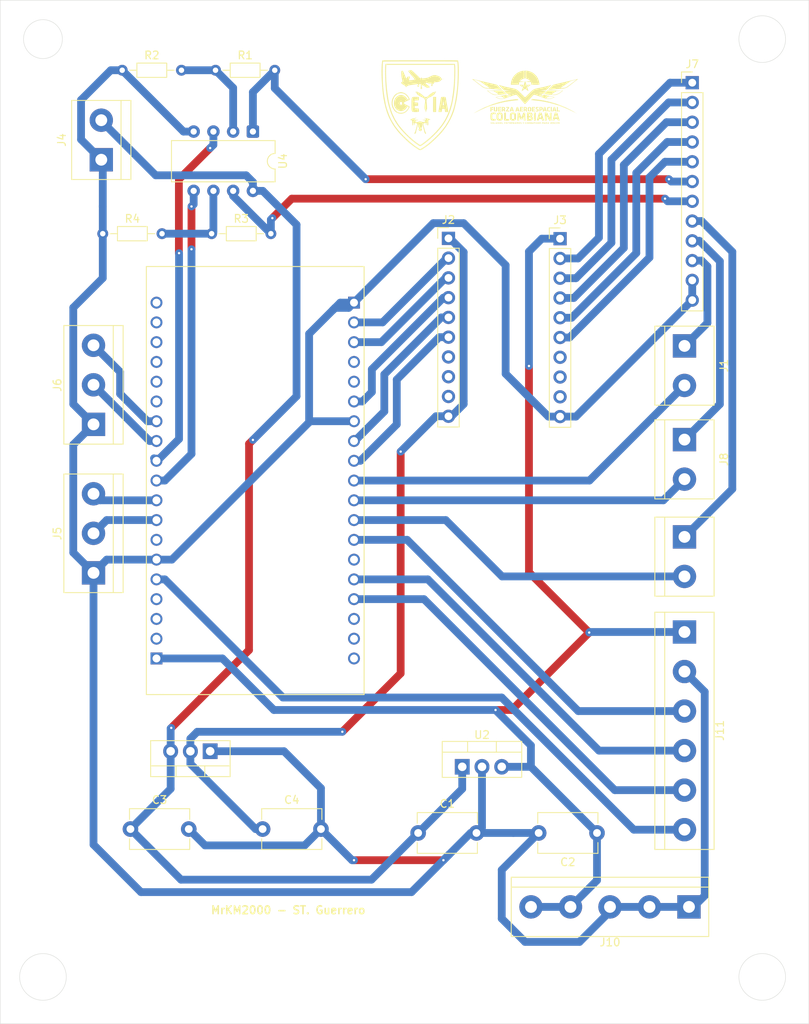
<source format=kicad_pcb>
(kicad_pcb (version 20241229) (generator "pcbnew") (generator_version "9.0")
  (layers (0 "F.Cu" signal) (2 "B.Cu" signal) (13 "F.Paste" user) (15 "B.Paste" user) (5 "F.SilkS" user "F.Silkscreen") (7 "B.SilkS" user "B.Silkscreen") (1 "F.Mask" user) (3 "B.Mask" user) (25 "Edge.Cuts" user))
  (net 0 "")
  (net 1 "Net-(J3-Pin_2)")
  (net 2 "Net-(J3-Pin_6)")
  (net 3 "Net-(J3-Pin_4)")
  (net 4 "Net-(J3-Pin_3)")
  (net 5 "Net-(J3-Pin_5)")
  (net 6 "Net-(J5-Pin_2)")
  (net 7 "Net-(J5-Pin_3)")
  (net 8 "Net-(J6-Pin_2)")
  (net 9 "Net-(J6-Pin_3)")
  (net 10 "Net-(U4A--)")
  (net 11 "Net-(U4B--)")
  (net 12 "Net-(J7-Pin_9)")
  (net 13 "Net-(J2-Pin_2)")
  (net 15 "Net-(J2-Pin_6)")
  (net 16 "Net-(J2-Pin_4)")
  (net 17 "Net-(J2-Pin_5)")
  (net 19 "Net-(J2-Pin_3)")
  (net 24 "GND")
  (net 25 "Net-(J2-Pin_1)")
  (net 26 "Net-(J1-Pin_1)")
  (net 27 "Net-(J1-Pin_2)")
  (net 28 "Net-(J8-Pin_2)")
  (net 29 "Net-(J9-Pin_2)")
  (net 30 "Net-(J11-Pin_4)")
  (net 31 "Net-(J11-Pin_6)")
  (net 32 "Net-(J11-Pin_5)")
  (net 33 "Net-(J11-Pin_3)")
  (net 34 "Net-(U4A-+)")
  (net 35 "Net-(U4B-+)")
  (net 51 "Net-(J7-Pin_8)")
  (net 52 "Net-(J7-Pin_6)")
  (net 53 "Net-(J7-Pin_7)")
  (net 55 "Net-(J10-Pin_4)")
  (net 56 "Net-(J4-Pin_2)")
  (footprint "Capacitor_THT:C_Disc_D7.5mm_W5.0mm_P7.50mm" (layer "F.Cu") (at 101.75 142.5 180)
    (property "Reference" "C2" (at 3.75 -3.75 0) (layer "F.SilkS"))
    (property "Value" "C")
    (pad "1" thru_hole circle (at 0 0 180) (size 2 2) (drill 1) (layers "*.Cu" "*.Mask") (net 55 "Net-(J10-Pin_4)"))
    (pad "2" thru_hole circle (at 7.5 0 180) (size 2 2) (drill 1) (layers "*.Cu" "*.Mask") (net 24 "GND"))
  )
  (footprint "Resistor_THT:R_Axial_DIN0204_L3.6mm_D1.6mm_P7.62mm_Horizontal" (layer "F.Cu") (at 52.19 65.5)
    (property "Reference" "R3" (at 3.81 -1.92 0) (layer "F.SilkS"))
    (property "Value" "R")
    (pad "1" thru_hole circle (at 0 0) (size 1.4 1.4) (drill 0.7) (layers "*.Cu" "*.Mask") (net 11 "Net-(U4B--)"))
    (pad "2" thru_hole circle (at 7.62 0) (size 1.4 1.4) (drill 0.7) (layers "*.Cu" "*.Mask") (net 53 "Net-(J7-Pin_7)"))
  )
  (footprint "TerminalBlock:TerminalBlock_bornier-3_P5.08mm" (layer "F.Cu") (at 37 90 90)
    (property "Reference" "J6" (at 5.05 -4.65 90) (layer "F.SilkS"))
    (property "Value" "Screw_Terminal_01x03" (hide yes))
    (pad "1" thru_hole rect (at 0 0 90) (size 3 3) (drill 1.52) (layers "*.Cu" "*.Mask") (net 24 "GND"))
    (pad "2" thru_hole circle (at 5.08 0 90) (size 3 3) (drill 1.52) (layers "*.Cu" "*.Mask") (net 8 "Net-(J6-Pin_2)"))
    (pad "3" thru_hole circle (at 10.16 0 90) (size 3 3) (drill 1.52) (layers "*.Cu" "*.Mask") (net 9 "Net-(J6-Pin_3)"))
  )
  (footprint "TerminalBlock:TerminalBlock_bornier-2_P5.08mm" (layer "F.Cu") (at 113 79.92 -90)
    (property "Reference" "J1" (at 2.54 -5.08 90) (layer "F.SilkS"))
    (property "Value" "Screw_Terminal_01x02" (hide yes))
    (pad "1" thru_hole rect (at 0 0 270) (size 3 3) (drill 1.52) (layers "*.Cu" "*.Mask") (net 26 "Net-(J1-Pin_1)"))
    (pad "2" thru_hole circle (at 5.08 0 270) (size 3 3) (drill 1.52) (layers "*.Cu" "*.Mask") (net 27 "Net-(J1-Pin_2)"))
  )
  (footprint "Connector_PinHeader_2.54mm:PinHeader_1x12_P2.54mm_Vertical" (layer "F.Cu") (at 114 46.1)
    (property "Reference" "J7" (at 0 -2.38 0) (layer "F.SilkS"))
    (property "Value" "Conn_01x12_Socket" (hide yes))
    (pad "1" thru_hole rect (at 0 0) (size 1.7 1.7) (drill 1) (layers "*.Cu" "*.Mask") (net 1 "Net-(J3-Pin_2)"))
    (pad "2" thru_hole circle (at 0 2.54) (size 1.7 1.7) (drill 1) (layers "*.Cu" "*.Mask") (net 4 "Net-(J3-Pin_3)"))
    (pad "3" thru_hole circle (at 0 5.08) (size 1.7 1.7) (drill 1) (layers "*.Cu" "*.Mask") (net 3 "Net-(J3-Pin_4)"))
    (pad "4" thru_hole circle (at 0 7.62) (size 1.7 1.7) (drill 1) (layers "*.Cu" "*.Mask") (net 5 "Net-(J3-Pin_5)"))
    (pad "5" thru_hole circle (at 0 10.16) (size 1.7 1.7) (drill 1) (layers "*.Cu" "*.Mask") (net 2 "Net-(J3-Pin_6)"))
    (pad "6" thru_hole circle (at 0 12.7) (size 1.7 1.7) (drill 1) (layers "*.Cu" "*.Mask") (net 52 "Net-(J7-Pin_6)"))
    (pad "7" thru_hole circle (at 0 15.24) (size 1.7 1.7) (drill 1) (layers "*.Cu" "*.Mask") (net 53 "Net-(J7-Pin_7)"))
    (pad "8" thru_hole circle (at 0 17.78) (size 1.7 1.7) (drill 1) (layers "*.Cu" "*.Mask") (net 51 "Net-(J7-Pin_8)"))
    (pad "9" thru_hole circle (at 0 20.32) (size 1.7 1.7) (drill 1) (layers "*.Cu" "*.Mask") (net 12 "Net-(J7-Pin_9)"))
    (pad "10" thru_hole circle (at 0 22.86) (size 1.7 1.7) (drill 1) (layers "*.Cu" "*.Mask") (net 26 "Net-(J1-Pin_1)"))
    (pad "11" thru_hole circle (at 0 25.4) (size 1.7 1.7) (drill 1) (layers "*.Cu" "*.Mask") (net 24 "GND"))
    (pad "12" thru_hole circle (at 0 27.94) (size 1.7 1.7) (drill 1) (layers "*.Cu" "*.Mask") (net 24 "GND"))
  )
  (footprint "Capacitor_THT:C_Disc_D7.5mm_W5.0mm_P7.50mm" (layer "F.Cu") (at 58.75 142)
    (property "Reference" "C4" (at 3.75 -3.75 0) (layer "F.SilkS"))
    (property "Value" "C" (hide yes))
    (pad "1" thru_hole circle (at 0 0) (size 2 2) (drill 1) (layers "*.Cu" "*.Mask") (net 25 "Net-(J2-Pin_1)"))
    (pad "2" thru_hole circle (at 7.5 0) (size 2 2) (drill 1) (layers "*.Cu" "*.Mask") (net 24 "GND"))
  )
  (footprint "TerminalBlock:TerminalBlock_bornier-6_P5.08mm" (layer "F.Cu") (at 113 116.68 -90)
    (property "Reference" "J11" (at 12.65 -4.55 90) (layer "F.SilkS"))
    (property "Value" "Screw_Terminal_01x06" (hide yes))
    (pad "1" thru_hole rect (at 0 0 270) (size 3 3) (drill 1.52) (layers "*.Cu" "*.Mask") (net 55 "Net-(J10-Pin_4)"))
    (pad "2" thru_hole circle (at 5.08 0 270) (size 3 3) (drill 1.52) (layers "*.Cu" "*.Mask") (net 24 "GND"))
    (pad "3" thru_hole circle (at 10.16 0 270) (size 3 3) (drill 1.52) (layers "*.Cu" "*.Mask") (net 33 "Net-(J11-Pin_3)"))
    (pad "4" thru_hole circle (at 15.24 0 270) (size 3 3) (drill 1.52) (layers "*.Cu" "*.Mask") (net 30 "Net-(J11-Pin_4)"))
    (pad "5" thru_hole circle (at 20.32 0 270) (size 3 3) (drill 1.52) (layers "*.Cu" "*.Mask") (net 32 "Net-(J11-Pin_5)"))
    (pad "6" thru_hole circle (at 25.4 0 270) (size 3 3) (drill 1.52) (layers "*.Cu" "*.Mask") (net 31 "Net-(J11-Pin_6)"))
  )
  (footprint "Capacitor_THT:C_Disc_D7.5mm_W5.0mm_P7.50mm" (layer "F.Cu") (at 78.75 142.5)
    (property "Reference" "C1" (at 3.75 -3.75 0) (layer "F.SilkS"))
    (property "Value" "C")
    (pad "1" thru_hole circle (at 0 0) (size 2 2) (drill 1) (layers "*.Cu" "*.Mask") (net 56 "Net-(J4-Pin_2)"))
    (pad "2" thru_hole circle (at 7.5 0) (size 2 2) (drill 1) (layers "*.Cu" "*.Mask") (net 24 "GND"))
  )
  (footprint "Imagenes:LogoCetia" (layer "F.Cu") (at 79 49)
    (property "Reference" "G***" (hide yes))
    (property "Value" "LOGO" (hide yes))
  )
  (footprint "Connector_PinHeader_2.54mm:PinHeader_1x10_P2.54mm_Vertical" (layer "F.Cu") (at 82.65 66.1)
    (property "Reference" "J2" (at 0 -2.38 0) (layer "F.SilkS"))
    (property "Value" "Conn_01x10_Socket" (hide yes))
    (pad "1" thru_hole rect (at 0 0) (size 1.7 1.7) (drill 1) (layers "*.Cu" "*.Mask") (net 25 "Net-(J2-Pin_1)"))
    (pad "2" thru_hole circle (at 0 2.54) (size 1.7 1.7) (drill 1) (layers "*.Cu" "*.Mask") (net 13 "Net-(J2-Pin_2)"))
    (pad "3" thru_hole circle (at 0 5.08) (size 1.7 1.7) (drill 1) (layers "*.Cu" "*.Mask") (net 19 "Net-(J2-Pin_3)"))
    (pad "4" thru_hole circle (at 0 7.62) (size 1.7 1.7) (drill 1) (layers "*.Cu" "*.Mask") (net 16 "Net-(J2-Pin_4)"))
    (pad "5" thru_hole circle (at 0 10.16) (size 1.7 1.7) (drill 1) (layers "*.Cu" "*.Mask") (net 17 "Net-(J2-Pin_5)"))
    (pad "6" thru_hole circle (at 0 12.7) (size 1.7 1.7) (drill 1) (layers "*.Cu" "*.Mask") (net 15 "Net-(J2-Pin_6)"))
    (pad "7" thru_hole circle (at 0 15.24) (size 1.7 1.7) (drill 1) (layers "*.Cu" "*.Mask"))
    (pad "8" thru_hole circle (at 0 17.78) (size 1.7 1.7) (drill 1) (layers "*.Cu" "*.Mask"))
    (pad "9" thru_hole circle (at 0 20.32) (size 1.7 1.7) (drill 1) (layers "*.Cu" "*.Mask"))
    (pad "10" thru_hole circle (at 0 22.86) (size 1.7 1.7) (drill 1) (layers "*.Cu" "*.Mask") (net 25 "Net-(J2-Pin_1)"))
  )
  (footprint "Connector_PinHeader_2.54mm:PinHeader_1x10_P2.54mm_Vertical" (layer "F.Cu") (at 97 66.14)
    (property "Reference" "J3" (at 0 -2.38 0) (layer "F.SilkS"))
    (property "Value" "Conn_01x10_Socket")
    (pad "1" thru_hole rect (at 0 0) (size 1.7 1.7) (drill 1) (layers "*.Cu" "*.Mask") (net 55 "Net-(J10-Pin_4)"))
    (pad "2" thru_hole circle (at 0 2.54) (size 1.7 1.7) (drill 1) (layers "*.Cu" "*.Mask") (net 1 "Net-(J3-Pin_2)"))
    (pad "3" thru_hole circle (at 0 5.08) (size 1.7 1.7) (drill 1) (layers "*.Cu" "*.Mask") (net 4 "Net-(J3-Pin_3)"))
    (pad "4" thru_hole circle (at 0 7.62) (size 1.7 1.7) (drill 1) (layers "*.Cu" "*.Mask") (net 3 "Net-(J3-Pin_4)"))
    (pad "5" thru_hole circle (at 0 10.16) (size 1.7 1.7) (drill 1) (layers "*.Cu" "*.Mask") (net 5 "Net-(J3-Pin_5)"))
    (pad "6" thru_hole circle (at 0 12.7) (size 1.7 1.7) (drill 1) (layers "*.Cu" "*.Mask") (net 2 "Net-(J3-Pin_6)"))
    (pad "7" thru_hole circle (at 0 15.24) (size 1.7 1.7) (drill 1) (layers "*.Cu" "*.Mask"))
    (pad "8" thru_hole circle (at 0 17.78) (size 1.7 1.7) (drill 1) (layers "*.Cu" "*.Mask"))
    (pad "9" thru_hole circle (at 0 20.32) (size 1.7 1.7) (drill 1) (layers "*.Cu" "*.Mask"))
    (pad "10" thru_hole circle (at 0 22.86) (size 1.7 1.7) (drill 1) (layers "*.Cu" "*.Mask") (net 24 "GND"))
  )
  (footprint "Package_TO_SOT_THT:TO-220-3_Vertical" (layer "F.Cu") (at 84.42 134)
    (property "Reference" "U2" (at 2.54 -4.1 0) (layer "F.SilkS"))
    (property "Value" "L7805")
    (pad "1" thru_hole rect (at 0 0) (size 1.905 2) (drill 1.1) (layers "*.Cu" "*.Mask") (net 56 "Net-(J4-Pin_2)"))
    (pad "2" thru_hole oval (at 2.54 0) (size 1.905 2) (drill 1.1) (layers "*.Cu" "*.Mask") (net 24 "GND"))
    (pad "3" thru_hole oval (at 5.08 0) (size 1.905 2) (drill 1.1) (layers "*.Cu" "*.Mask") (net 55 "Net-(J10-Pin_4)"))
  )
  (footprint "Resistor_THT:R_Axial_DIN0204_L3.6mm_D1.6mm_P7.62mm_Horizontal" (layer "F.Cu") (at 40.69 44.5)
    (property "Reference" "R2" (at 3.81 -1.92 0) (layer "F.SilkS"))
    (property "Value" "R")
    (pad "1" thru_hole circle (at 0 0) (size 1.4 1.4) (drill 0.7) (layers "*.Cu" "*.Mask") (net 24 "GND"))
    (pad "2" thru_hole circle (at 7.62 0) (size 1.4 1.4) (drill 0.7) (layers "*.Cu" "*.Mask") (net 10 "Net-(U4A--)"))
  )
  (footprint "TerminalBlock:TerminalBlock_bornier-5_P5.08mm" (layer "F.Cu") (at 113.58 152 180)
    (property "Reference" "J10" (at 10.15 -4.55 0) (layer "F.SilkS"))
    (property "Value" "Screw_Terminal_01x04")
    (pad "1" thru_hole rect (at 0 0 180) (size 3 3) (drill 1.52) (layers "*.Cu" "*.Mask") (net 24 "GND"))
    (pad "2" thru_hole circle (at 5.08 0 180) (size 3 3) (drill 1.52) (layers "*.Cu" "*.Mask") (net 24 "GND"))
    (pad "3" thru_hole circle (at 10.16 0 180) (size 3 3) (drill 1.52) (layers "*.Cu" "*.Mask") (net 24 "GND"))
    (pad "4" thru_hole circle (at 15.24 0 180) (size 3 3) (drill 1.52) (layers "*.Cu" "*.Mask") (net 55 "Net-(J10-Pin_4)"))
    (pad "5" thru_hole circle (at 20.32 0 180) (size 3 3) (drill 1.52) (layers "*.Cu" "*.Mask") (net 55 "Net-(J10-Pin_4)"))
  )
  (footprint "Imagenes:LogoFAC" (layer "F.Cu") (at 92.5 48)
    (property "Reference" "G***" (hide yes))
    (property "Value" "LOGO" (hide yes))
  )
  (footprint "ESP32_NODEMCU:MODULE_ESP32_NODEMCU" (layer "F.Cu") (at 57.8 97.22)
    (property "Reference" "U5" (hide yes))
    (property "Value" "ESP32_NODEMCU")
    (pad "" np_thru_hole circle (at -12.5 -26) (size 2.25 2.25) (drill 2.25) (layers "*.Cu" "*.Mask"))
    (pad "" np_thru_hole circle (at -12.5 26) (size 2.25 2.25) (drill 2.25) (layers "*.Cu" "*.Mask"))
    (pad "" np_thru_hole circle (at 12.5 -26) (size 2.25 2.25) (drill 2.25) (layers "*.Cu" "*.Mask"))
    (pad "" np_thru_hole circle (at 12.5 26) (size 2.25 2.25) (drill 2.25) (layers "*.Cu" "*.Mask"))
    (pad "J4_1" thru_hole rect (at 12.7 -22.86) (size 1.53 1.53) (drill 1.02) (layers "*.Cu" "*.Mask") (net 24 "GND"))
    (pad "J4_2" thru_hole circle (at 12.7 -20.32) (size 1.53 1.53) (drill 1.02) (layers "*.Cu" "*.Mask") (net 13 "Net-(J2-Pin_2)"))
    (pad "J4_3" thru_hole circle (at 12.7 -17.78) (size 1.53 1.53) (drill 1.02) (layers "*.Cu" "*.Mask") (net 19 "Net-(J2-Pin_3)"))
    (pad "J4_4" thru_hole circle (at 12.7 -15.24) (size 1.53 1.53) (drill 1.02) (layers "*.Cu" "*.Mask"))
    (pad "J4_5" thru_hole circle (at 12.7 -12.7) (size 1.53 1.53) (drill 1.02) (layers "*.Cu" "*.Mask"))
    (pad "J4_6" thru_hole circle (at 12.7 -10.16) (size 1.53 1.53) (drill 1.02) (layers "*.Cu" "*.Mask") (net 16 "Net-(J2-Pin_4)"))
    (pad "J4_7" thru_hole circle (at 12.7 -7.62) (size 1.53 1.53) (drill 1.02) (layers "*.Cu" "*.Mask") (net 24 "GND"))
    (pad "J4_8" thru_hole circle (at 12.7 -5.08) (size 1.53 1.53) (drill 1.02) (layers "*.Cu" "*.Mask") (net 17 "Net-(J2-Pin_5)"))
    (pad "J4_9" thru_hole circle (at 12.7 -2.54) (size 1.53 1.53) (drill 1.02) (layers "*.Cu" "*.Mask") (net 15 "Net-(J2-Pin_6)"))
    (pad "J4_10" thru_hole circle (at 12.7 0) (size 1.53 1.53) (drill 1.02) (layers "*.Cu" "*.Mask") (net 27 "Net-(J1-Pin_2)"))
    (pad "J4_11" thru_hole circle (at 12.7 2.54) (size 1.53 1.53) (drill 1.02) (layers "*.Cu" "*.Mask") (net 28 "Net-(J8-Pin_2)"))
    (pad "J4_12" thru_hole circle (at 12.7 5.08) (size 1.53 1.53) (drill 1.02) (layers "*.Cu" "*.Mask") (net 29 "Net-(J9-Pin_2)"))
    (pad "J4_13" thru_hole circle (at 12.7 7.62) (size 1.53 1.53) (drill 1.02) (layers "*.Cu" "*.Mask") (net 33 "Net-(J11-Pin_3)"))
    (pad "J4_14" thru_hole circle (at 12.7 10.16) (size 1.53 1.53) (drill 1.02) (layers "*.Cu" "*.Mask"))
    (pad "J4_15" thru_hole circle (at 12.7 12.7) (size 1.53 1.53) (drill 1.02) (layers "*.Cu" "*.Mask") (net 30 "Net-(J11-Pin_4)"))
    (pad "J4_16" thru_hole circle (at 12.7 15.24) (size 1.53 1.53) (drill 1.02) (layers "*.Cu" "*.Mask") (net 32 "Net-(J11-Pin_5)"))
    (pad "J4_17" thru_hole circle (at 12.7 17.78) (size 1.53 1.53) (drill 1.02) (layers "*.Cu" "*.Mask"))
    (pad "J4_18" thru_hole circle (at 12.7 20.32) (size 1.53 1.53) (drill 1.02) (layers "*.Cu" "*.Mask"))
    (pad "J4_19" thru_hole circle (at 12.7 22.86) (size 1.53 1.53) (drill 1.02) (layers "*.Cu" "*.Mask"))
    (pad "J5_1" thru_hole rect (at -12.7 22.86) (size 1.53 1.53) (drill 1.02) (layers "*.Cu" "*.Mask") (net 55 "Net-(J10-Pin_4)"))
    (pad "J5_2" thru_hole circle (at -12.7 20.32) (size 1.53 1.53) (drill 1.02) (layers "*.Cu" "*.Mask"))
    (pad "J5_3" thru_hole circle (at -12.7 17.78) (size 1.53 1.53) (drill 1.02) (layers "*.Cu" "*.Mask"))
    (pad "J5_4" thru_hole circle (at -12.7 15.24) (size 1.53 1.53) (drill 1.02) (layers "*.Cu" "*.Mask"))
    (pad "J5_5" thru_hole circle (at -12.7 12.7) (size 1.53 1.53) (drill 1.02) (layers "*.Cu" "*.Mask") (net 31 "Net-(J11-Pin_6)"))
    (pad "J5_6" thru_hole circle (at -12.7 10.16) (size 1.53 1.53) (drill 1.02) (layers "*.Cu" "*.Mask") (net 24 "GND"))
    (pad "J5_7" thru_hole circle (at -12.7 7.62) (size 1.53 1.53) (drill 1.02) (layers "*.Cu" "*.Mask"))
    (pad "J5_8" thru_hole circle (at -12.7 5.08) (size 1.53 1.53) (drill 1.02) (layers "*.Cu" "*.Mask") (net 6 "Net-(J5-Pin_2)"))
    (pad "J5_9" thru_hole circle (at -12.7 2.54) (size 1.53 1.53) (drill 1.02) (layers "*.Cu" "*.Mask") (net 7 "Net-(J5-Pin_3)"))
    (pad "J5_10" thru_hole circle (at -12.7 0) (size 1.53 1.53) (drill 1.02) (layers "*.Cu" "*.Mask") (net 35 "Net-(U4B-+)"))
    (pad "J5_11" thru_hole circle (at -12.7 -2.54) (size 1.53 1.53) (drill 1.02) (layers "*.Cu" "*.Mask") (net 34 "Net-(U4A-+)"))
    (pad "J5_12" thru_hole circle (at -12.7 -5.08) (size 1.53 1.53) (drill 1.02) (layers "*.Cu" "*.Mask") (net 8 "Net-(J6-Pin_2)"))
    (pad "J5_13" thru_hole circle (at -12.7 -7.62) (size 1.53 1.53) (drill 1.02) (layers "*.Cu" "*.Mask") (net 9 "Net-(J6-Pin_3)"))
    (pad "J5_14" thru_hole circle (at -12.7 -10.16) (size 1.53 1.53) (drill 1.02) (layers "*.Cu" "*.Mask"))
    (pad "J5_15" thru_hole circle (at -12.7 -12.7) (size 1.53 1.53) (drill 1.02) (layers "*.Cu" "*.Mask"))
    (pad "J5_16" thru_hole circle (at -12.7 -15.24) (size 1.53 1.53) (drill 1.02) (layers "*.Cu" "*.Mask"))
    (pad "J5_17" thru_hole circle (at -12.7 -17.78) (size 1.53 1.53) (drill 1.02) (layers "*.Cu" "*.Mask"))
    (pad "J5_18" thru_hole circle (at -12.7 -20.32) (size 1.53 1.53) (drill 1.02) (layers "*.Cu" "*.Mask"))
    (pad "J5_19" thru_hole circle (at -12.7 -22.86) (size 1.53 1.53) (drill 1.02) (layers "*.Cu" "*.Mask"))
  )
  (footprint "TerminalBlock:TerminalBlock_bornier-3_P5.08mm" (layer "F.Cu") (at 37 109.08 90)
    (property "Reference" "J5" (at 5.05 -4.65 90) (layer "F.SilkS"))
    (property "Value" "Screw_Terminal_01x03")
    (pad "1" thru_hole rect (at 0 0 90) (size 3 3) (drill 1.52) (layers "*.Cu" "*.Mask") (net 24 "GND"))
    (pad "2" thru_hole circle (at 5.08 0 90) (size 3 3) (drill 1.52) (layers "*.Cu" "*.Mask") (net 6 "Net-(J5-Pin_2)"))
    (pad "3" thru_hole circle (at 10.16 0 90) (size 3 3) (drill 1.52) (layers "*.Cu" "*.Mask") (net 7 "Net-(J5-Pin_3)"))
  )
  (footprint "TerminalBlock:TerminalBlock_bornier-2_P5.08mm" (layer "F.Cu") (at 38 56 90)
    (property "Reference" "J4" (at 2.54 -5.08 90) (layer "F.SilkS"))
    (property "Value" "Screw_Terminal_01x02")
    (pad "1" thru_hole rect (at 0 0 90) (size 3 3) (drill 1.52) (layers "*.Cu" "*.Mask") (net 24 "GND"))
    (pad "2" thru_hole circle (at 5.08 0 90) (size 3 3) (drill 1.52) (layers "*.Cu" "*.Mask") (net 56 "Net-(J4-Pin_2)"))
  )
  (footprint "TerminalBlock:TerminalBlock_bornier-2_P5.08mm" (layer "F.Cu") (at 113 91.96 -90)
    (property "Reference" "J8" (at 2.54 -5.08 90) (layer "F.SilkS"))
    (property "Value" "Screw_Terminal_01x02")
    (pad "1" thru_hole rect (at 0 0 270) (size 3 3) (drill 1.52) (layers "*.Cu" "*.Mask") (net 12 "Net-(J7-Pin_9)"))
    (pad "2" thru_hole circle (at 5.08 0 270) (size 3 3) (drill 1.52) (layers "*.Cu" "*.Mask") (net 28 "Net-(J8-Pin_2)"))
  )
  (footprint "Resistor_THT:R_Axial_DIN0204_L3.6mm_D1.6mm_P7.62mm_Horizontal" (layer "F.Cu") (at 52.69 44.5)
    (property "Reference" "R1" (at 3.81 -1.92 0) (layer "F.SilkS"))
    (property "Value" "R")
    (pad "1" thru_hole circle (at 0 0) (size 1.4 1.4) (drill 0.7) (layers "*.Cu" "*.Mask") (net 10 "Net-(U4A--)"))
    (pad "2" thru_hole circle (at 7.62 0) (size 1.4 1.4) (drill 0.7) (layers "*.Cu" "*.Mask") (net 52 "Net-(J7-Pin_6)"))
  )
  (footprint "Capacitor_THT:C_Disc_D7.5mm_W5.0mm_P7.50mm" (layer "F.Cu") (at 41.75 142)
    (property "Reference" "C3" (at 3.75 -3.75 0) (layer "F.SilkS"))
    (property "Value" "C")
    (pad "1" thru_hole circle (at 0 0) (size 2 2) (drill 1) (layers "*.Cu" "*.Mask") (net 56 "Net-(J4-Pin_2)"))
    (pad "2" thru_hole circle (at 7.5 0) (size 2 2) (drill 1) (layers "*.Cu" "*.Mask") (net 24 "GND"))
  )
  (footprint "Package_TO_SOT_THT:TO-220-3_Vertical" (layer "F.Cu") (at 52 132 180)
    (property "Reference" "U3" (hide yes))
    (property "Value" "LM1117T-3.3")
    (pad "1" thru_hole rect (at 0 0 180) (size 1.905 2) (drill 1.1) (layers "*.Cu" "*.Mask") (net 24 "GND"))
    (pad "2" thru_hole oval (at 2.54 0 180) (size 1.905 2) (drill 1.1) (layers "*.Cu" "*.Mask") (net 25 "Net-(J2-Pin_1)"))
    (pad "3" thru_hole oval (at 5.08 0 180) (size 1.905 2) (drill 1.1) (layers "*.Cu" "*.Mask") (net 56 "Net-(J4-Pin_2)"))
  )
  (footprint "TerminalBlock:TerminalBlock_bornier-2_P5.08mm" (layer "F.Cu") (at 113 104.46 -90)
    (property "Reference" "J9" (hide yes))
    (property "Value" "Screw_Terminal_01x02")
    (pad "1" thru_hole rect (at 0 0 270) (size 3 3) (drill 1.52) (layers "*.Cu" "*.Mask") (net 51 "Net-(J7-Pin_8)"))
    (pad "2" thru_hole circle (at 5.08 0 270) (size 3 3) (drill 1.52) (layers "*.Cu" "*.Mask") (net 29 "Net-(J9-Pin_2)"))
  )
  (footprint "Package_DIP:CERDIP-8_W7.62mm_SideBrazed" (layer "F.Cu") (at 57.5 52.38 -90)
    (property "Reference" "U4" (at 3.81 -3.855 90) (layer "F.SilkS"))
    (property "Value" "LM358")
    (pad "1" thru_hole roundrect (at 0 0 270) (size 1.6 1.6) (drill 0.8) (layers "*.Cu" "*.Mask") (roundrect_rratio 0.15625) (net 52 "Net-(J7-Pin_6)"))
    (pad "2" thru_hole circle (at 0 2.54 270) (size 1.6 1.6) (drill 0.8) (layers "*.Cu" "*.Mask") (net 10 "Net-(U4A--)"))
    (pad "3" thru_hole circle (at 0 5.08 270) (size 1.6 1.6) (drill 0.8) (layers "*.Cu" "*.Mask") (net 34 "Net-(U4A-+)"))
    (pad "4" thru_hole circle (at 0 7.62 270) (size 1.6 1.6) (drill 0.8) (layers "*.Cu" "*.Mask") (net 24 "GND"))
    (pad "5" thru_hole circle (at 7.62 7.62 270) (size 1.6 1.6) (drill 0.8) (layers "*.Cu" "*.Mask") (net 35 "Net-(U4B-+)"))
    (pad "6" thru_hole circle (at 7.62 5.08 270) (size 1.6 1.6) (drill 0.8) (layers "*.Cu" "*.Mask") (net 11 "Net-(U4B--)"))
    (pad "7" thru_hole circle (at 7.62 2.54 270) (size 1.6 1.6) (drill 0.8) (layers "*.Cu" "*.Mask") (net 53 "Net-(J7-Pin_7)"))
    (pad "8" thru_hole circle (at 7.62 0 270) (size 1.6 1.6) (drill 0.8) (layers "*.Cu" "*.Mask") (net 56 "Net-(J4-Pin_2)"))
  )
  (footprint "Resistor_THT:R_Axial_DIN0204_L3.6mm_D1.6mm_P7.62mm_Horizontal" (layer "F.Cu") (at 38.19 65.5)
    (property "Reference" "R4" (at 3.81 -1.92 0) (layer "F.SilkS"))
    (property "Value" "R")
    (pad "1" thru_hole circle (at 0 0) (size 1.4 1.4) (drill 0.7) (layers "*.Cu" "*.Mask") (net 24 "GND"))
    (pad "2" thru_hole circle (at 7.62 0) (size 1.4 1.4) (drill 0.7) (layers "*.Cu" "*.Mask") (net 11 "Net-(U4B--)"))
  )
  (gr_circle (center 30.5 161) (end 33.5 161) (stroke (width 0.05)) (fill no) (layer "Edge.Cuts"))
  (gr_rect (start 25 35.5) (end 129 167) (stroke (width 0.05)) (fill no) (layer "Edge.Cuts"))
  (gr_circle (center 30.5 40.5) (end 33 40.5) (stroke (width 0.05)) (fill no) (layer "Edge.Cuts"))
  (gr_circle (center 123 161) (end 120 161) (stroke (width 0.05)) (fill no) (layer "Edge.Cuts"))
  (gr_circle (center 123 40.5) (end 126 40.5) (stroke (width 0.05)) (fill no) (layer "Edge.Cuts"))
  (gr_text "MrKM2000 - ST. Guerrero" (at 52 153 0) (layer "F.SilkS") (effects (font (size 1 1) (thickness 0.2) (bold yes)) (justify left bottom)))
  (segment (start 99.32 68.68) (end 97 68.68) (width 1) (layer "B.Cu") (net 1))
  (segment (start 102 55.25) (end 102 66) (width 1) (layer "B.Cu") (net 1))
  (segment (start 111.15 46.1) (end 102 55.25) (width 1) (layer "B.Cu") (net 1))
  (segment (start 102 66) (end 99.32 68.68) (width 1) (layer "B.Cu") (net 1))
  (segment (start 114 46.1) (end 111.15 46.1) (width 1) (layer "B.Cu") (net 1))
  (segment (start 110.504156 56.26) (end 108.5 58.264156) (width 1) (layer "B.Cu") (net 2))
  (segment (start 98.216624 78.84) (end 97 78.84) (width 1) (layer "B.Cu") (net 2))
  (segment (start 108.5 58.264156) (end 108.5 68.556624) (width 1) (layer "B.Cu") (net 2))
  (segment (start 114 56.26) (end 110.504156 56.26) (width 1) (layer "B.Cu") (net 2))
  (segment (start 108.5 68.556624) (end 98.216624 78.84) (width 1) (layer "B.Cu") (net 2))
  (segment (start 105.202 56.663156) (end 105.202 67.326312) (width 1) (layer "B.Cu") (net 3))
  (segment (start 114 51.18) (end 110.685156 51.18) (width 1) (layer "B.Cu") (net 3))
  (segment (start 105.202 67.326312) (end 98.768312 73.76) (width 1) (layer "B.Cu") (net 3))
  (segment (start 110.685156 51.18) (end 105.202 56.663156) (width 1) (layer "B.Cu") (net 3))
  (segment (start 98.768312 73.76) (end 97 73.76) (width 1) (layer "B.Cu") (net 3))
  (segment (start 99.044156 71.22) (end 97 71.22) (width 1) (layer "B.Cu") (net 4))
  (segment (start 110.961 48.64) (end 103.601 56) (width 1) (layer "B.Cu") (net 4))
  (segment (start 103.601 66.663156) (end 99.044156 71.22) (width 1) (layer "B.Cu") (net 4))
  (segment (start 103.601 56) (end 103.601 66.663156) (width 1) (layer "B.Cu") (net 4))
  (segment (start 114 48.64) (end 110.961 48.64) (width 1) (layer "B.Cu") (net 4))
  (segment (start 106.803 67.989468) (end 98.492468 76.3) (width 1) (layer "B.Cu") (net 5))
  (segment (start 98.492468 76.3) (end 97 76.3) (width 1) (layer "B.Cu") (net 5))
  (segment (start 114 53.72) (end 110.78 53.72) (width 1) (layer "B.Cu") (net 5))
  (segment (start 106.803 57.697) (end 106.803 67.989468) (width 1) (layer "B.Cu") (net 5))
  (segment (start 110.78 53.72) (end 106.803 57.697) (width 1) (layer "B.Cu") (net 5))
  (segment (start 38.7 102.3) (end 37 104) (width 1) (layer "B.Cu") (net 6))
  (segment (start 45.1 102.3) (end 38.7 102.3) (width 1) (layer "B.Cu") (net 6))
  (segment (start 45.1 99.76) (end 37.84 99.76) (width 1) (layer "B.Cu") (net 7))
  (segment (start 37.84 99.76) (end 37 98.92) (width 1) (layer "B.Cu") (net 7))
  (segment (start 44.22 92.14) (end 45.1 92.14) (width 1) (layer "B.Cu") (net 8))
  (segment (start 37 84.92) (end 44.22 92.14) (width 1) (layer "B.Cu") (net 8))
  (segment (start 40.422078 83.262078) (end 40.422078 86.077922) (width 1) (layer "B.Cu") (net 9))
  (segment (start 40.422078 86.077922) (end 43.944156 89.6) (width 1) (layer "B.Cu") (net 9))
  (segment (start 37 79.84) (end 40.422078 83.262078) (width 1) (layer "B.Cu") (net 9))
  (segment (start 43.944156 89.6) (end 45.1 89.6) (width 1) (layer "B.Cu") (net 9))
  (segment (start 52.69 44.5) (end 48.31 44.5) (width 1) (layer "B.Cu") (net 10))
  (segment (start 54.96 46.77) (end 54.96 52.38) (width 1) (layer "B.Cu") (net 10))
  (segment (start 52.69 44.5) (end 54.96 46.77) (width 1) (layer "B.Cu") (net 10))
  (segment (start 45.81 65.5) (end 52.19 65.5) (width 1) (layer "B.Cu") (net 11))
  (segment (start 52.42 65.27) (end 52.19 65.5) (width 1) (layer "B.Cu") (net 11))
  (segment (start 52.42 60) (end 52.42 65.27) (width 1) (layer "B.Cu") (net 11))
  (segment (start 113 91.96) (end 117.552 87.408) (width 1) (layer "B.Cu") (net 12))
  (segment (start 117.552 87.408) (end 117.552 69.045763) (width 1) (layer "B.Cu") (net 12))
  (segment (start 117.552 69.045763) (end 114.926237 66.42) (width 1) (layer "B.Cu") (net 12))
  (segment (start 114.926237 66.42) (end 114 66.42) (width 1) (layer "B.Cu") (net 12))
  (segment (start 70.5 76.9) (end 74.170869 76.9) (width 1) (layer "B.Cu") (net 13))
  (segment (start 74.170869 76.9) (end 82.430869 68.64) (width 1) (layer "B.Cu") (net 13))
  (segment (start 82.430869 68.64) (end 82.65 68.64) (width 1) (layer "B.Cu") (net 13))
  (segment (start 82.65 78.8) (end 81.447919 78.8) (width 1) (layer "B.Cu") (net 15))
  (segment (start 76 84.247919) (end 76 90) (width 1) (layer "B.Cu") (net 15))
  (segment (start 71.32 94.68) (end 70.5 94.68) (width 1) (layer "B.Cu") (net 15))
  (segment (start 81.447919 78.8) (end 76 84.247919) (width 1) (layer "B.Cu") (net 15))
  (segment (start 76 90) (end 71.32 94.68) (width 1) (layer "B.Cu") (net 15))
  (segment (start 71.581873 87.06) (end 72.798 85.843873) (width 1) (layer "B.Cu") (net 16))
  (segment (start 81.999607 73.72) (end 82.65 73.72) (width 1) (layer "B.Cu") (net 16))
  (segment (start 82.65 73.76) (end 82.430869 73.76) (width 1) (layer "B.Cu") (net 16))
  (segment (start 72.798 85.843873) (end 72.798 82.921607) (width 1) (layer "B.Cu") (net 16))
  (segment (start 72.798 82.921607) (end 81.999607 73.72) (width 1) (layer "B.Cu") (net 16))
  (segment (start 70.401077 87.06) (end 70.5 87.06) (width 1) (layer "B.Cu") (net 16))
  (segment (start 70.5 87.06) (end 71.581873 87.06) (width 1) (layer "B.Cu") (net 16))
  (segment (start 74.399 88.339923) (end 74.399 83.584763) (width 1) (layer "B.Cu") (net 17))
  (segment (start 70.5 92.14) (end 70.598923 92.14) (width 1) (layer "B.Cu") (net 17))
  (segment (start 81.723763 76.26) (end 82.65 76.26) (width 1) (layer "B.Cu") (net 17))
  (segment (start 70.705025 92.14) (end 70.5 92.14) (width 1) (layer "B.Cu") (net 17))
  (segment (start 70.598923 92.14) (end 74.399 88.339923) (width 1) (layer "B.Cu") (net 17))
  (segment (start 74.399 83.584763) (end 81.723763 76.26) (width 1) (layer "B.Cu") (net 17))
  (segment (start 70.5 79.44) (end 74.015451 79.44) (width 1) (layer "B.Cu") (net 19))
  (segment (start 82.275451 71.18) (end 82.65 71.18) (width 1) (layer "B.Cu") (net 19))
  (segment (start 70.401077 79.44) (end 70.5 79.44) (width 1) (layer "B.Cu") (net 19))
  (segment (start 82.65 71.22) (end 82.430869 71.22) (width 1) (layer "B.Cu") (net 19))
  (segment (start 74.015451 79.44) (end 82.275451 71.18) (width 1) (layer "B.Cu") (net 19))
  (segment (start 70.5 146) (end 82 146) (width 1) (layer "F.Cu") (net 24))
  (via (at 82 146) (size 0.6) (drill 0.3) (layers "F.Cu" "B.Cu") (net 24))
  (via (at 70.5 146) (size 0.6) (drill 0.3) (layers "F.Cu" "B.Cu") (net 24))
  (segment (start 80.699 64.149) (end 84.601 64.149) (width 1) (layer "B.Cu") (net 24))
  (segment (start 68.735 74.36) (end 67.7975 75.2975) (width 1) (layer "B.Cu") (net 24))
  (segment (start 61.5 132) (end 52 132) (width 1) (layer "B.Cu") (net 24))
  (segment (start 91 142.5) (end 86.25 142.5) (width 1) (layer "B.Cu") (net 24))
  (segment (start 94.25 142.5) (end 89.5 147.25) (width 1) (layer "B.Cu") (net 24))
  (segment (start 82.75 145.25) (end 82 146) (width 1) (layer "B.Cu") (net 24))
  (segment (start 70.25 146) (end 66.25 142) (width 1) (layer "B.Cu") (net 24))
  (segment (start 35.399 53.399) (end 38 56) (width 1) (layer "B.Cu") (net 24))
  (segment (start 37 144) (end 43.101 150.101) (width 1) (layer "B.Cu") (net 24))
  (segment (start 49.88 52.38) (end 48.57 52.38) (width 1) (layer "B.Cu") (net 24))
  (segment (start 86.96 141.79) (end 86.25 142.5) (width 1) (layer "B.Cu") (net 24))
  (segment (start 34.399 106.479) (end 37 109.08) (width 1) (layer "B.Cu") (net 24))
  (segment (start 37 90) (end 34.399 92.601) (width 1) (layer "B.Cu") (net 24))
  (segment (start 70.5 146) (end 70.25 146) (width 1) (layer "B.Cu") (net 24))
  (segment (start 70.5 74.36) (end 68.735 74.36) (width 1) (layer "B.Cu") (net 24))
  (segment (start 67.7975 75.2975) (end 68.061 75.034) (width 1) (layer "B.Cu") (net 24))
  (segment (start 34.399 87.399) (end 37 90) (width 1) (layer "B.Cu") (net 24))
  (segment (start 34.399 92.601) (end 34.399 106.479) (width 1) (layer "B.Cu") (net 24))
  (segment (start 38.19 62) (end 38.19 56) (width 1) (layer "B.Cu") (net 24))
  (segment (start 64.728461 78.366539) (end 64.728461 89.728461) (width 1) (layer "B.Cu") (net 24))
  (segment (start 86.25 142.5) (end 85.5 142.5) (width 1) (layer "B.Cu") (net 24))
  (segment (start 35.399 48.319) (end 35.399 53.399) (width 1) (layer "B.Cu") (net 24))
  (segment (start 113 121.76) (end 115.601 124.361) (width 1) (layer "B.Cu") (net 24))
  (segment (start 99.5 156.5) (end 104 152) (width 1) (layer "B.Cu") (net 24))
  (segment (start 97 89) (end 99.04 89) (width 1) (layer "B.Cu") (net 24))
  (segment (start 77.899 150.101) (end 82.75 145.25) (width 1) (layer "B.Cu") (net 24))
  (segment (start 37 109.08) (end 37 144) (width 1) (layer "B.Cu") (net 24))
  (segment (start 51.351 144.101) (end 64.149 144.101) (width 1) (layer "B.Cu") (net 24))
  (segment (start 89.5 147.25) (end 89.5 153.5) (width 1) (layer "B.Cu") (net 24))
  (segment (start 86.96 134) (end 86.96 141.79) (width 1) (layer "B.Cu") (net 24))
  (segment (start 40.69 44.5) (end 39.218 44.5) (width 1) (layer "B.Cu") (net 24))
  (segment (start 45.1 107.38) (end 38.7 107.38) (width 1) (layer "B.Cu") (net 24))
  (segment (start 90 83.5) (end 95.5 89) (width 1) (layer "B.Cu") (net 24))
  (segment (start 66.25 142) (end 66.25 136.75) (width 1) (layer "B.Cu") (net 24))
  (segment (start 100.02 88.02) (end 114 74.04) (width 1) (layer "B.Cu") (net 24))
  (segment (start 115.601 124.361) (end 115.601 150.559) (width 1) (layer "B.Cu") (net 24))
  (segment (start 103.42 152) (end 108.5 152) (width 1) (layer "B.Cu") (net 24))
  (segment (start 34.399 75) (end 34.399 87.399) (width 1) (layer "B.Cu") (net 24))
  (segment (start 66.25 136.75) (end 61.5 132) (width 1) (layer "B.Cu") (net 24))
  (segment (start 47.076923 107.38) (end 45.1 107.38) (width 1) (layer "B.Cu") (net 24))
  (segment (start 38.19 71.209) (end 34.399 75) (width 1) (layer "B.Cu") (net 24))
  (segment (start 64.856923 89.6) (end 64.728461 89.728461) (width 1) (layer "B.Cu") (net 24))
  (segment (start 39.218 44.5) (end 35.399 48.319) (width 1) (layer "B.Cu") (net 24))
  (segment (start 95.5 89) (end 97 89) (width 1) (layer "B.Cu") (net 24))
  (segment (start 89.5 153.5) (end 92.5 156.5) (width 1) (layer "B.Cu") (net 24))
  (segment (start 99.04 89) (end 100.02 88.02) (width 1) (layer "B.Cu") (net 24))
  (segment (start 108.5 152) (end 113.58 152) (width 1) (layer "B.Cu") (net 24))
  (segment (start 84.601 64.149) (end 90 69.548) (width 1) (layer "B.Cu") (net 24))
  (segment (start 114 71.5) (end 114 74.04) (width 1) (layer "B.Cu") (net 24))
  (segment (start 70.5 89.6) (end 64.856923 89.6) (width 1) (layer "B.Cu") (net 24))
  (segment (start 43.101 150.101) (end 77.899 150.101) (width 1) (layer "B.Cu") (net 24))
  (segment (start 68.061 75.034) (end 69.814 75.034) (width 1) (layer "B.Cu") (net 24))
  (segment (start 64.728461 89.728461) (end 47.076923 107.38) (width 1) (layer "B.Cu") (net 24))
  (segment (start 69.814 75.034) (end 80.699 64.149) (width 1) (layer "B.Cu") (net 24))
  (segment (start 94.25 142.5) (end 91 142.5) (width 1) (layer "B.Cu") (net 24))
  (segment (start 48.57 52.38) (end 40.69 44.5) (width 1) (layer "B.Cu") (net 24))
  (segment (start 92.5 156.5) (end 99.5 156.5) (width 1) (layer "B.Cu") (net 24))
  (segment (start 38.7 107.38) (end 37 109.08) (width 1) (layer "B.Cu") (net 24))
  (segment (start 85.5 142.5) (end 82.75 145.25) (width 1) (layer "B.Cu") (net 24))
  (segment (start 49.25 142) (end 51.351 144.101) (width 1) (layer "B.Cu") (net 24))
  (segment (start 90 69.548) (end 90 83.5) (width 1) (layer "B.Cu") (net 24))
  (segment (start 38.19 62) (end 38.19 71.209) (width 1) (layer "B.Cu") (net 24))
  (segment (start 64.149 144.101) (end 66.25 142) (width 1) (layer "B.Cu") (net 24))
  (segment (start 67.7975 75.2975) (end 64.728461 78.366539) (width 1) (layer "B.Cu") (net 24))
  (segment (start 115.601 150.559) (end 114.16 152) (width 1) (layer "B.Cu") (net 24))
  (segment (start 69 129.5) (end 76.5 122) (width 1) (layer "F.Cu") (net 25))
  (segment (start 76.5 122) (end 76.5 93.5) (width 1) (layer "F.Cu") (net 25))
  (via (at 76.5 93.5) (size 0.6) (drill 0.3) (layers "F.Cu" "B.Cu") (net 25))
  (via (at 69 129.5) (size 0.6) (drill 0.3) (layers "F.Cu" "B.Cu") (net 25))
  (segment (start 49.46 132) (end 49.46 130.3855) (width 1) (layer "B.Cu") (net 25))
  (segment (start 82.869131 66.14) (end 84.601 67.871869) (width 1) (layer "B.Cu") (net 25))
  (segment (start 57.8455 142) (end 58.75 142) (width 1) (layer "B.Cu") (net 25))
  (segment (start 84.601 67.871869) (end 84.601 87) (width 1) (layer "B.Cu") (net 25))
  (segment (start 84.601 87.399) (end 83 89) (width 1) (layer "B.Cu") (net 25))
  (segment (start 49.46 133.6145) (end 57.8455 142) (width 1) (layer "B.Cu") (net 25))
  (segment (start 84.601 87) (end 84.601 87.399) (width 1) (layer "B.Cu") (net 25))
  (segment (start 82.65 66.14) (end 82.869131 66.14) (width 1) (layer "B.Cu") (net 25))
  (segment (start 49.46 130.3855) (end 50.3455 129.5) (width 1) (layer "B.Cu") (net 25))
  (segment (start 81.04 88.96) (end 76.5 93.5) (width 1) (layer "B.Cu") (net 25))
  (segment (start 49.46 132) (end 49.46 133.6145) (width 1) (layer "B.Cu") (net 25))
  (segment (start 83 89) (end 82.65 89) (width 1) (layer "B.Cu") (net 25))
  (segment (start 82.65 88.96) (end 81.04 88.96) (width 1) (layer "B.Cu") (net 25))
  (segment (start 69 129.5) (end 50.3455 129.5) (width 1) (layer "B.Cu") (net 25))
  (segment (start 115.951 69.708919) (end 115.202081 68.96) (width 1) (layer "B.Cu") (net 26))
  (segment (start 113 79.92) (end 115.951 76.969) (width 1) (layer "B.Cu") (net 26))
  (segment (start 115.202081 68.96) (end 114 68.96) (width 1) (layer "B.Cu") (net 26))
  (segment (start 115.951 76.969) (end 115.951 69.708919) (width 1) (layer "B.Cu") (net 26))
  (segment (start 100.78 97.22) (end 113 85) (width 1) (layer "B.Cu") (net 27))
  (segment (start 70.5 97.22) (end 100.78 97.22) (width 1) (layer "B.Cu") (net 27))
  (segment (start 113 97.04) (end 110.28 99.76) (width 1) (layer "B.Cu") (net 28))
  (segment (start 110.28 99.76) (end 70.5 99.76) (width 1) (layer "B.Cu") (net 28))
  (segment (start 82.3 102.3) (end 89.54 109.54) (width 1) (layer "B.Cu") (net 29))
  (segment (start 89.54 109.54) (end 113 109.54) (width 1) (layer "B.Cu") (net 29))
  (segment (start 70.5 102.3) (end 82.3 102.3) (width 1) (layer "B.Cu") (net 29))
  (segment (start 70.5 109.92) (end 80 109.92) (width 1) (layer "B.Cu") (net 30))
  (segment (start 113 131.92) (end 102 131.92) (width 1) (layer "B.Cu") (net 30))
  (segment (start 102 131.92) (end 80 109.92) (width 1) (layer "B.Cu") (net 30))
  (segment (start 61.361873 125.1) (end 46.181873 109.92) (width 1) (layer "B.Cu") (net 31))
  (segment (start 46.181873 109.92) (end 45.1 109.92) (width 1) (layer "B.Cu") (net 31))
  (segment (start 89.5 125.1) (end 61.361873 125.1) (width 1) (layer "B.Cu") (net 31))
  (segment (start 113 142.08) (end 106.48 142.08) (width 1) (layer "B.Cu") (net 31))
  (segment (start 106.48 142.08) (end 89.5 125.1) (width 1) (layer "B.Cu") (net 31))
  (segment (start 79.5 112.46) (end 70.5 112.46) (width 1) (layer "B.Cu") (net 32))
  (segment (start 113 137) (end 104.04 137) (width 1) (layer "B.Cu") (net 32))
  (segment (start 104.04 137) (end 79.5 112.46) (width 1) (layer "B.Cu") (net 32))
  (segment (start 113 126.84) (end 99.34 126.84) (width 1) (layer "B.Cu") (net 33))
  (segment (start 76.5 104.84) (end 70.5 104.84) (width 1) (layer "B.Cu") (net 33))
  (segment (start 77.34 104.84) (end 76.5 104.84) (width 1) (layer "B.Cu") (net 33))
  (segment (start 99.34 126.84) (end 77.34 104.84) (width 1) (layer "B.Cu") (net 33))
  (segment (start 47.979 58.521) (end 47.979 67.979) (width 1) (layer "F.Cu") (net 34))
  (segment (start 47.979 67.979) (end 48 68) (width 1) (layer "F.Cu") (net 34))
  (segment (start 52 54.5) (end 47.979 58.521) (width 1) (layer "F.Cu") (net 34))
  (via (at 52 54.5) (size 0.6) (drill 0.3) (layers "F.Cu" "B.Cu") (net 34))
  (via (at 48 68) (size 0.6) (drill 0.3) (layers "F.Cu" "B.Cu") (net 34))
  (segment (start 45.198923 94.68) (end 45.1 94.68) (width 1) (layer "B.Cu") (net 34))
  (segment (start 52.42 54.08) (end 52 54.5) (width 1) (layer "B.Cu") (net 34))
  (segment (start 48 68) (end 48 91.878923) (width 1) (layer "B.Cu") (net 34))
  (segment (start 48 91.878923) (end 45.198923 94.68) (width 1) (layer "B.Cu") (net 34))
  (segment (start 52.42 52.38) (end 52.42 54.08) (width 1) (layer "B.Cu") (net 34))
  (segment (start 44.78 94.36) (end 45.1 94.68) (width 1) (layer "B.Cu") (net 34))
  (segment (start 49.601 62) (end 49.601 67.5) (width 1) (layer "F.Cu") (net 35))
  (via (at 49.601 67.5) (size 0.6) (drill 0.3) (layers "F.Cu" "B.Cu") (net 35))
  (via (at 49.601 62) (size 0.6) (drill 0.3) (layers "F.Cu" "B.Cu") (net 35))
  (segment (start 49.88 61.721) (end 49.601 62) (width 1) (layer "B.Cu") (net 35))
  (segment (start 49.601 93.800873) (end 46.181873 97.22) (width 1) (layer "B.Cu") (net 35))
  (segment (start 49.601 67.5) (end 49.601 93.800873) (width 1) (layer "B.Cu") (net 35))
  (segment (start 49.88 60) (end 49.88 61.721) (width 1) (layer "B.Cu") (net 35))
  (segment (start 46.181873 97.22) (end 45.1 97.22) (width 1) (layer "B.Cu") (net 35))
  (segment (start 115.202081 63.88) (end 114 63.88) (width 1) (layer "B.Cu") (net 51))
  (segment (start 119.153 98.307) (end 119.153 67.830919) (width 1) (layer "B.Cu") (net 51))
  (segment (start 113 104.46) (end 119.153 98.307) (width 1) (layer "B.Cu") (net 51))
  (segment (start 119.153 67.830919) (end 115.202081 63.88) (width 1) (layer "B.Cu") (net 51))
  (segment (start 111 58.5) (end 72 58.5) (width 1) (layer "F.Cu") (net 52))
  (via (at 111 58.5) (size 0.6) (drill 0.3) (layers "F.Cu" "B.Cu") (net 52))
  (via (at 72 58.5) (size 0.6) (drill 0.3) (layers "F.Cu" "B.Cu") (net 52))
  (segment (start 111.3 58.8) (end 111 58.5) (width 1) (layer "B.Cu") (net 52))
  (segment (start 57.5 52.38) (end 57.5 47.31) (width 1) (layer "B.Cu") (net 52))
  (segment (start 60.31 44.5) (end 60.31 46.81) (width 1) (layer "B.Cu") (net 52))
  (segment (start 114 58.8) (end 111.3 58.8) (width 1) (layer "B.Cu") (net 52))
  (segment (start 57.5 47.31) (end 60.31 44.5) (width 1) (layer "B.Cu") (net 52))
  (segment (start 60.31 46.81) (end 72 58.5) (width 1) (layer "B.Cu") (net 52))
  (segment (start 62.5 61) (end 60 63.5) (width 1) (layer "F.Cu") (net 53))
  (segment (start 110.5 61) (end 62.5 61) (width 1) (layer "F.Cu") (net 53))
  (via (at 60 63.5) (size 0.6) (drill 0.3) (layers "F.Cu" "B.Cu") (net 53))
  (via (at 110.5 61) (size 0.6) (drill 0.3) (layers "F.Cu" "B.Cu") (net 53))
  (segment (start 54.96 60.65) (end 54.96 60) (width 1) (layer "B.Cu") (net 53))
  (segment (start 54.96 59.85158) (end 54.96 60) (width 1) (layer "B.Cu") (net 53))
  (segment (start 59.81 63.69) (end 60 63.5) (width 1) (layer "B.Cu") (net 53))
  (segment (start 114 61.34) (end 110.84 61.34) (width 1) (layer "B.Cu") (net 53))
  (segment (start 110.84 61.34) (end 110.5 61) (width 1) (layer "B.Cu") (net 53))
  (segment (start 59.81 65.5) (end 54.96 60.65) (width 1) (layer "B.Cu") (net 53))
  (segment (start 59.81 65.5) (end 59.81 63.69) (width 1) (layer "B.Cu") (net 53))
  (segment (start 90.799 126.701) (end 88.701 126.701) (width 1) (layer "F.Cu") (net 55))
  (segment (start 93 109) (end 100.75 116.75) (width 1) (layer "F.Cu") (net 55))
  (segment (start 100.75 116.75) (end 90.799 126.701) (width 1) (layer "F.Cu") (net 55))
  (segment (start 93 82.5) (end 93 109) (width 1) (layer "F.Cu") (net 55))
  (via (at 93 82.5) (size 0.6) (drill 0.3) (layers "F.Cu" "B.Cu") (net 55))
  (via (at 88.701 126.701) (size 0.6) (drill 0.3) (layers "F.Cu" "B.Cu") (net 55))
  (via (at 100.75 116.75) (size 0.6) (drill 0.3) (layers "F.Cu" "B.Cu") (net 55))
  (segment (start 88.701 126.701) (end 60.201 126.701) (width 1) (layer "B.Cu") (net 55))
  (segment (start 93.25 131.25) (end 93.25 134) (width 1) (layer "B.Cu") (net 55))
  (segment (start 93 82.5) (end 93 67.794156) (width 1) (layer "B.Cu") (net 55))
  (segment (start 98.34 152) (end 101.75 148.59) (width 1) (layer "B.Cu") (net 55))
  (segment (start 93.25 134) (end 101.75 142.5) (width 1) (layer "B.Cu") (net 55))
  (segment (start 100.82 116.68) (end 100.75 116.75) (width 1) (layer "B.Cu") (net 55))
  (segment (start 60.201 126.701) (end 53.58 120.08) (width 1) (layer "B.Cu") (net 55))
  (segment (start 89.5 134) (end 93.25 134) (width 1) (layer "B.Cu") (net 55))
  (segment (start 53.58 120.08) (end 45.1 120.08) (width 1) (layer "B.Cu") (net 55))
  (segment (start 94.654156 66.14) (end 97 66.14) (width 1) (layer "B.Cu") (net 55))
  (segment (start 93.26 152) (end 98.34 152) (width 1) (layer "B.Cu") (net 55))
  (segment (start 113 116.68) (end 100.82 116.68) (width 1) (layer "B.Cu") (net 55))
  (segment (start 93 67.794156) (end 94.654156 66.14) (width 1) (layer "B.Cu") (net 55))
  (segment (start 88.701 126.701) (end 93.25 131.25) (width 1) (layer "B.Cu") (net 55))
  (segment (start 101.75 142.5) (end 101.75 148.5) (width 1) (layer "B.Cu") (net 55))
  (segment (start 101.75 148.59) (end 101.75 148.5) (width 1) (layer "B.Cu") (net 55))
  (segment (start 47 129) (end 57 119) (width 1) (layer "F.Cu") (net 56))
  (segment (start 57 119) (end 57 92.5) (width 1) (layer "F.Cu") (net 56))
  (segment (start 57 92.5) (end 57.5 92) (width 1) (layer "F.Cu") (net 56))
  (via (at 47 129) (size 0.6) (drill 0.3) (layers "F.Cu" "B.Cu") (net 56))
  (via (at 57.5 92) (size 0.6) (drill 0.3) (layers "F.Cu" "B.Cu") (net 56))
  (segment (start 84.42 136.83) (end 84.42 134) (width 1) (layer "B.Cu") (net 56))
  (segment (start 45 58) (end 56.63137 58) (width 1) (layer "B.Cu") (net 56))
  (segment (start 46.92 132) (end 46.92 136.83) (width 1) (layer "B.Cu") (net 56))
  (segment (start 57.5 60) (end 58.764156 60) (width 1) (layer "B.Cu") (net 56))
  (segment (start 78.75 142.5) (end 84.42 136.83) (width 1) (layer "B.Cu") (net 56))
  (segment (start 63.111 64.346844) (end 63.111 86.389) (width 1) (layer "B.Cu") (net 56))
  (segment (start 72.75 148.5) (end 48.25 148.5) (width 1) (layer "B.Cu") (net 56))
  (segment (start 46.92 132) (end 46.92 129.08) (width 1) (layer "B.Cu") (net 56))
  (segment (start 78.75 142.5) (end 72.75 148.5) (width 1) (layer "B.Cu") (net 56))
  (segment (start 46.92 136.83) (end 41.75 142) (width 1) (layer "B.Cu") (net 56))
  (segment (start 57.5 58.86863) (end 57.5 60) (width 1) (layer "B.Cu") (net 56))
  (segment (start 38 50.92) (end 38 51) (width 1) (layer "B.Cu") (net 56))
  (segment (start 58.764156 60) (end 63.111 64.346844) (width 1) (layer "B.Cu") (net 56))
  (segment (start 56.63137 58) (end 57.5 58.86863) (width 1) (layer "B.Cu") (net 56))
  (segment (start 38 51) (end 45 58) (width 1) (layer "B.Cu") (net 56))
  (segment (start 46.92 129.08) (end 47 129) (width 1) (layer "B.Cu") (net 56))
  (segment (start 63.111 86.389) (end 57.5 92) (width 1) (layer "B.Cu") (net 56))
  (segment (start 48.25 148.5) (end 41.75 142) (width 1) (layer "B.Cu") (net 56))
)
</source>
